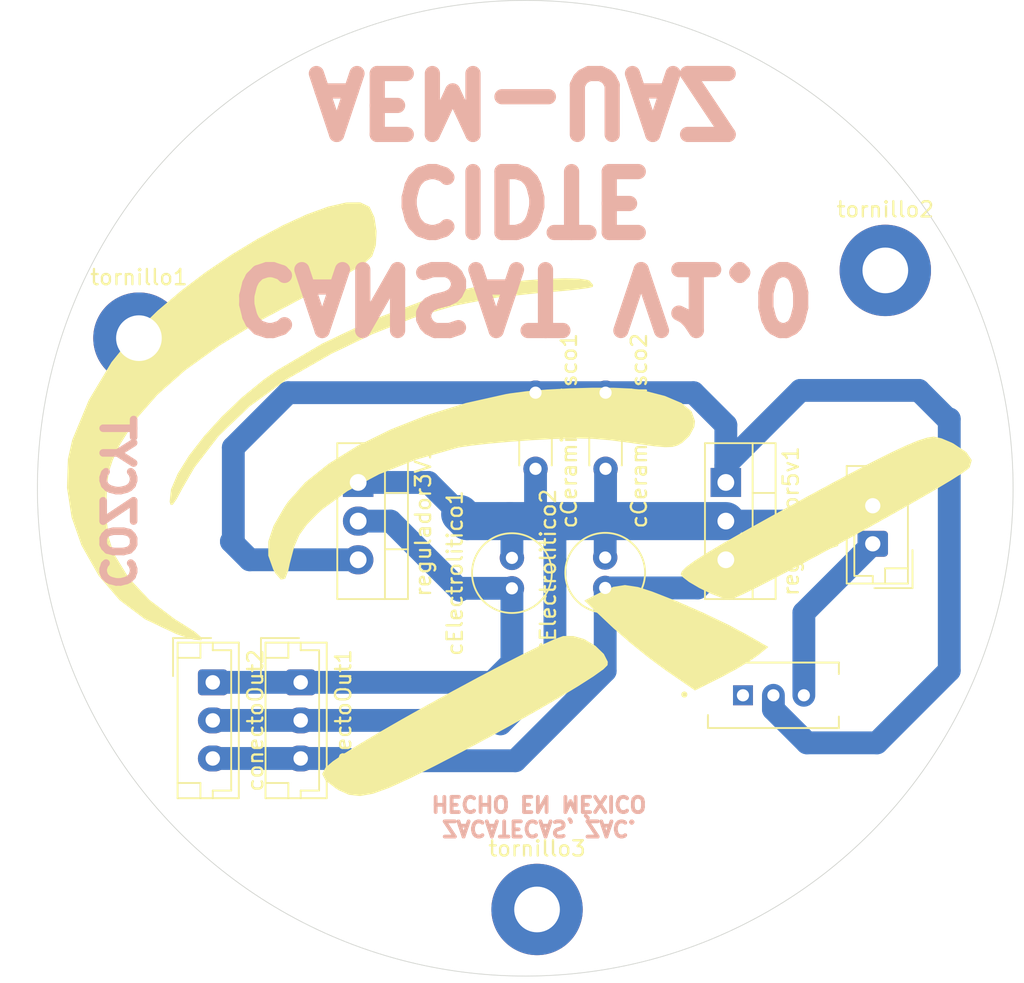
<source format=kicad_pcb>
(kicad_pcb (version 20240108) (generator "pcbnew") (generator_version "8.0")
  (layers (0 "F.Cu" signal) (31 "B.Cu" signal) (34 "B.Paste" user) (35 "F.Paste" user) (36 "B.SilkS" user "B.Silkscreen") (37 "F.SilkS" user "F.Silkscreen") (38 "B.Mask" user) (39 "F.Mask" user) (44 "Edge.Cuts" user))
  (net 0 "")
  (net 1 "GND")
  (net 2 "Net-(regulador3V1-Vin)")
  (net 3 "+9V")
  (net 5 "3.3v")
  (net 6 "unconnected-(CElectrolitico2-Pad1)")
  (net 7 "5v")
  (footprint "Package_TO_SOT_THT:TO-220-3_Vertical" (layer "F.Cu") (at 131.525 101.345 -90)
    (property "Reference" "regulador3V1" (at 2.54 -4.27 90) (layer "F.SilkS"))
    (property "Value" "LD33V")
    (fp_line (start -2.58 1.371) (end 7.66 1.371) (stroke (width 0.12)) (layer "F.SilkS"))
    (fp_line (start -2.58 -1.76) (end 7.66 -1.76) (stroke (width 0.12)) (layer "F.SilkS"))
    (fp_line (start -2.58 -3.27) (end -2.58 1.371) (stroke (width 0.12)) (layer "F.SilkS"))
    (fp_line (start -2.58 -3.27) (end 7.66 -3.27) (stroke (width 0.12)) (layer "F.SilkS"))
    (fp_line (start 0.69 -3.27) (end 0.69 -1.76) (stroke (width 0.12)) (layer "F.SilkS"))
    (fp_line (start 4.391 -3.27) (end 4.391 -1.76) (stroke (width 0.12)) (layer "F.SilkS"))
    (fp_line (start 7.66 -3.27) (end 7.66 1.371) (stroke (width 0.12)) (layer "F.SilkS"))
    (pad "1" thru_hole rect (at 0 0 270) (size 1.905 2) (drill 1.1) (layers "*.Cu" "*.Mask") (net 1 "GND"))
    (pad "2" thru_hole oval (at 2.54 0 270) (size 1.905 2) (drill 1.1) (layers "*.Cu" "*.Mask") (net 5 "3.3v"))
    (pad "3" thru_hole oval (at 5.08 0 270) (size 1.905 2) (drill 1.1) (layers "*.Cu" "*.Mask") (net 2 "Net-(regulador3V1-Vin)"))
  )
  (footprint "Images:cidteLogo" (layer "F.Cu") (at 142.25 102.318174 180)
    (property "Reference" "G***" (hide yes))
    (property "Value" "LOGO" (hide yes))
    (fp_poly (pts (xy -9.502662 -11.389193) (xy -8.389718 -10.569948) (xy -7.162892 -9.581691) (xy -6.054737 -8.61322) (xy -5.865606 -8.436423) (xy -4.12768 -6.787551) (xy -5.166665 -6.257501) (xy -6.031105 -5.886258) (xy -6.797095 -5.766187) (xy -7.651826 -5.893927) (xy -8.591176 -6.196007) (xy -10.25021 -6.844684) (xy -12.006292 -7.612472) (xy -13.656618 -8.407101) (xy -14.803282 -9.022359) (xy -16.216561 -9.834105) (xy -15.516614 -10.401961) (xy -14.942741 -10.798065) (xy -14.096772 -11.30178) (xy -13.156671 -11.807433) (xy -13.10923 -11.831454) (xy -11.401794 -12.693093)) (fill solid) (layer "F.SilkS"))
    (fp_poly (pts (xy 11.333219 -19.545091) (xy 12.003637 -19.24348) (xy 12.208192 -19.112255) (xy 12.870029 -18.595515) (xy 13.088528 -18.178965) (xy 12.875038 -17.759563) (xy 12.401903 -17.353546) (xy 11.686465 -16.862207) (xy 10.640484 -16.209626) (xy 9.33325 -15.433504) (xy 7.834057 -14.571545) (xy 6.212196 -13.661452) (xy 4.53696 -12.740928) (xy 2.877641 -11.847675) (xy 1.303531 -11.019396) (xy -0.116077 -10.293795) (xy -1.311892 -9.708574) (xy -2.214621 -9.301437) (xy -2.743851 -9.112517) (xy -3.413383 -9.114431) (xy -4.108823 -9.308308) (xy -4.855798 -9.755372) (xy -5.412628 -10.294176) (xy -5.674082 -10.808066) (xy -5.658549 -11.026255) (xy -5.382329 -11.302773) (xy -4.722163 -11.773162) (xy -3.737041 -12.403584) (xy -2.485951 -13.1602) (xy -1.027884 -14.009171) (xy 0.578171 -14.91666) (xy 2.273226 -15.848828) (xy 3.99829 -16.771836) (xy 5.694374 -17.651846) (xy 7.230328 -18.419773) (xy 8.652843 -19.076409) (xy 9.749626 -19.474327) (xy 10.612483 -19.626297)) (fill solid) (layer "F.SilkS"))
    (fp_poly (pts (xy 23.107603 -0.292085) (xy 23.019488 0.519439) (xy 22.578 1.551621) (xy 21.837004 2.73841) (xy 20.850362 4.013754) (xy 19.671939 5.311603) (xy 18.355596 6.565905) (xy 16.955198 7.710609) (xy 16.07479 8.332068) (xy 13.10615 10.085836) (xy 9.870703 11.625441) (xy 6.542939 12.876128) (xy 3.505105 13.71739) (xy 2.353994 13.93381) (xy 1.037249 14.115316) (xy -0.340908 14.255291) (xy -1.67625 14.347119) (xy -2.864555 14.384184) (xy -3.801599 14.359869) (xy -4.383157 14.267559) (xy -4.475141 14.223979) (xy -4.711301 13.942119) (xy -4.686152 13.816871) (xy -4.391815 13.741303) (xy -3.700318 13.647111) (xy -2.71163 13.545762) (xy -1.525721 13.448724) (xy -1.394538 13.439302) (xy 1.594499 13.120969) (xy 4.367089 12.584636) (xy 7.062466 11.789946) (xy 9.81986 10.696547) (xy 12.482013 9.417369) (xy 15.398686 7.746268) (xy 17.851436 5.961791) (xy 19.866172 4.040618) (xy 21.468799 1.959426) (xy 22.237517 0.635476) (xy 22.652114 -0.132291) (xy 22.906661 -0.49568) (xy 23.047158 -0.503728)) (fill solid) (layer "F.SilkS"))
    (fp_poly (pts (xy -13.16128 -6.614528) (xy -12.447499 -6.336342) (xy -11.681822 -5.962199) (xy -11.005283 -5.565324) (xy -10.558915 -5.218945) (xy -10.458823 -5.049933) (xy -10.544754 -4.850016) (xy -10.825918 -4.572023) (xy -11.337374 -4.194422) (xy -12.114182 -3.695685) (xy -13.191401 -3.054281) (xy -14.60409 -2.24868) (xy -16.387309 -1.257352) (xy -18.576116 -0.058766) (xy -18.666455 -0.009554) (xy -20.839974 1.164891) (xy -22.623819 2.106446) (xy -24.05799 2.834067) (xy -25.182482 3.366708) (xy -26.037294 3.723325) (xy -26.662423 3.922873) (xy -27.093986 3.984314) (xy -27.588393 3.870807) (xy -28.253113 3.591168) (xy -28.379284 3.525855) (xy -29.223749 2.961441) (xy -29.579908 2.438223) (xy -29.444532 1.961469) (xy -29.380093 1.892796) (xy -28.981497 1.597482) (xy -28.220905 1.115557) (xy -27.16095 0.481401) (xy -25.864264 -0.270609) (xy -24.39348 -1.106095) (xy -22.81123 -1.990679) (xy -21.180146 -2.889984) (xy -19.562861 -3.769632) (xy -18.022007 -4.595245) (xy -16.620217 -5.332445) (xy -15.420123 -5.946855) (xy -14.484357 -6.404096) (xy -13.875553 -6.66979) (xy -13.682132 -6.723529)) (fill solid) (layer "F.SilkS"))
    (fp_poly (pts (xy 16.169957 -4.985672) (xy 16.30439 -4.743739) (xy 16.630602 -3.834295) (xy 16.631811 -2.910209) (xy 16.288205 -1.880949) (xy 15.579974 -0.655983) (xy 15.329423 -0.288185) (xy 14.21095 0.973013) (xy 12.665767 2.208094) (xy 10.765125 3.382275) (xy 8.580277 4.460776) (xy 6.182475 5.408812) (xy 3.642973 6.191604) (xy 1.033022 6.774368) (xy 0.765433 6.821236) (xy -0.336371 6.965169) (xy -1.698235 7.077732) (xy -3.191624 7.155361) (xy -4.688001 7.19449) (xy -6.058831 7.191554) (xy -7.175578 7.142985) (xy -7.844118 7.060074) (xy -9.420641 6.654673) (xy -10.523964 6.186369) (xy -11.176679 5.639491) (xy -11.401382 4.998369) (xy -11.356894 4.6238) (xy -11.033009 4.021744) (xy -10.563118 3.57464) (xy -10.252703 3.398332) (xy -9.91208 3.302356) (xy -9.435813 3.286564) (xy -8.718463 3.350806) (xy -7.654592 3.494933) (xy -7.143052 3.569801) (xy -5.847885 3.740556) (xy -4.687245 3.837518) (xy -3.498934 3.865018) (xy -2.120751 3.827384) (xy -0.622549 3.743855) (xy 0.794291 3.640767) (xy 2.128716 3.519925) (xy 3.256859 3.394194) (xy 4.054855 3.276441) (xy 4.233333 3.23947) (xy 6.92381 2.467485) (xy 9.348369 1.509521) (xy 11.435936 0.399021) (xy 13.115437 -0.830575) (xy 13.362666 -1.056043) (xy 14.092002 -1.798559) (xy 14.584941 -2.479126) (xy 14.927818 -3.263606) (xy 15.206969 -4.317866) (xy 15.308128 -4.793627) (xy 15.514535 -5.348006) (xy 15.803024 -5.41196)) (fill solid) (layer "F.SilkS"))
    (fp_poly (pts (xy 21.486379 -9.361878) (xy 22.38602 -9.089315) (xy 22.710871 -8.971164) (xy 24.731566 -8.013492) (xy 26.396431 -6.762286) (xy 27.767632 -5.159189) (xy 28.900398 -3.160679) (xy 29.549637 -1.315324) (xy 29.851217 0.622032) (xy 29.791931 2.501667) (xy 29.510803 3.758691) (xy 28.420091 6.383615) (xy 26.926016 8.873089) (xy 25.269439 10.914374) (xy 23.903158 12.251685) (xy 22.37004 13.556487) (xy 20.72422 14.80001) (xy 19.019833 15.953487) (xy 17.311013 16.988149) (xy 15.651893 17.875228) (xy 14.096609 18.585955) (xy 12.699294 19.091562) (xy 11.514082 19.363281) (xy 10.595108 19.372343) (xy 9.996506 19.089981) (xy 9.960671 19.049864) (xy 9.650814 18.379339) (xy 9.513944 17.466464) (xy 9.561093 16.53986) (xy 9.803291 15.828147) (xy 9.805089 15.825393) (xy 10.206234 15.455968) (xy 11.016778 14.917988) (xy 12.188916 14.240411) (xy 13.674845 13.45219) (xy 13.978626 13.297411) (xy 17.146981 11.599412) (xy 19.843696 9.949666) (xy 22.090793 8.330548) (xy 23.910295 6.724434) (xy 25.324226 5.1137) (xy 26.354608 3.480722) (xy 26.428037 3.33459) (xy 26.842439 2.436867) (xy 27.088376 1.694719) (xy 27.208872 0.908677) (xy 27.24695 -0.120727) (xy 27.248688 -0.470214) (xy 27.213852 -1.74493) (xy 27.086374 -2.69921) (xy 26.838644 -3.506396) (xy 26.721704 -3.779039) (xy 25.790318 -5.294869) (xy 24.440832 -6.732842) (xy 22.75317 -8.011408) (xy 22.302743 -8.287805) (xy 21.419839 -8.85322) (xy 20.995002 -9.229955) (xy 21.019944 -9.404133)) (fill solid) (layer "F.SilkS"))
  )
  (footprint "MountingHole:MountingHole_3mm_Pad" (layer "F.Cu") (at 166.15 87.418174)
    (property "Reference" "tornillo2" (at 0 -4 0) (layer "F.SilkS"))
    (property "Value" "MountingHole_3mm_Pad")
    (pad "2" thru_hole circle (at 0 0) (size 6 6) (drill 3) (layers "*.Cu" "*.Mask"))
  )
  (footprint "Connector_JST:JST_EH_B2B-EH-A_1x02_P2.50mm_Vertical" (layer "F.Cu") (at 165.325 105.375 90)
    (property "Reference" "Vcc1" (at 1.25 -2.8 90) (layer "F.SilkS"))
    (property "Value" "Conn_01x02_Pin")
    (fp_line (start 5.11 -1.71) (end -2.61 -1.71) (stroke (width 0.12)) (layer "F.SilkS"))
    (fp_line (start -2.61 -1.71) (end -2.61 2.31) (stroke (width 0.12)) (layer "F.SilkS"))
    (fp_line (start 4.61 -1.21) (end 4.61 0) (stroke (width 0.12)) (layer "F.SilkS"))
    (fp_line (start -2.11 -1.21) (end 4.61 -1.21) (stroke (width 0.12)) (layer "F.SilkS"))
    (fp_line (start 4.61 0) (end 5.11 0) (stroke (width 0.12)) (layer "F.SilkS"))
    (fp_line (start -2.11 0) (end -2.11 -1.21) (stroke (width 0.12)) (layer "F.SilkS"))
    (fp_line (start -2.61 0) (end -2.11 0) (stroke (width 0.12)) (layer "F.SilkS"))
    (fp_line (start -2.91 0.11) (end -2.91 2.61) (stroke (width 0.12)) (layer "F.SilkS"))
    (fp_line (start 5.11 0.81) (end 4.11 0.81) (stroke (width 0.12)) (layer "F.SilkS"))
    (fp_line (start 4.11 0.81) (end 4.11 2.31) (stroke (width 0.12)) (layer "F.SilkS"))
    (fp_line (start -1.61 0.81) (end -1.61 2.31) (stroke (width 0.12)) (layer "F.SilkS"))
    (fp_line (start -2.61 0.81) (end -1.61 0.81) (stroke (width 0.12)) (layer "F.SilkS"))
    (fp_line (start 5.11 2.31) (end 5.11 -1.71) (stroke (width 0.12)) (layer "F.SilkS"))
    (fp_line (start -2.61 2.31) (end 5.11 2.31) (stroke (width 0.12)) (layer "F.SilkS"))
    (fp_line (start -2.91 2.61) (end -0.41 2.61) (stroke (width 0.12)) (layer "F.SilkS"))
    (pad "1" thru_hole roundrect (at 0 0 90) (size 1.7 2) (drill 1) (layers "*.Cu" "*.Mask") (roundrect_rratio 0.147059) (net 3 "+9V"))
    (pad "2" thru_hole oval (at 2.5 0 90) (size 1.7 2) (drill 1) (layers "*.Cu" "*.Mask") (net 1 "GND"))
  )
  (footprint "Connector_JST:JST_EH_B3B-EH-A_1x03_P2.50mm_Vertical" (layer "F.Cu") (at 127.75 114.475 -90)
    (property "Reference" "conectoOut1" (at 2.5 -2.8 90) (layer "F.SilkS"))
    (property "Value" "Conn_01x03_Pin")
    (fp_line (start -2.91 2.61) (end -0.41 2.61) (stroke (width 0.12)) (layer "F.SilkS"))
    (fp_line (start -2.61 2.31) (end 7.61 2.31) (stroke (width 0.12)) (layer "F.SilkS"))
    (fp_line (start 7.61 2.31) (end 7.61 -1.71) (stroke (width 0.12)) (layer "F.SilkS"))
    (fp_line (start -2.61 0.81) (end -1.61 0.81) (stroke (width 0.12)) (layer "F.SilkS"))
    (fp_line (start -1.61 0.81) (end -1.61 2.31) (stroke (width 0.12)) (layer "F.SilkS"))
    (fp_line (start 6.61 0.81) (end 6.61 2.31) (stroke (width 0.12)) (layer "F.SilkS"))
    (fp_line (start 7.61 0.81) (end 6.61 0.81) (stroke (width 0.12)) (layer "F.SilkS"))
    (fp_line (start -2.91 0.11) (end -2.91 2.61) (stroke (width 0.12)) (layer "F.SilkS"))
    (fp_line (start -2.61 0) (end -2.11 0) (stroke (width 0.12)) (layer "F.SilkS"))
    (fp_line (start -2.11 0) (end -2.11 -1.21) (stroke (width 0.12)) (layer "F.SilkS"))
    (fp_line (start 7.11 0) (end 7.61 0) (stroke (width 0.12)) (layer "F.SilkS"))
    (fp_line (start -2.11 -1.21) (end 7.11 -1.21) (stroke (width 0.12)) (layer "F.SilkS"))
    (fp_line (start 7.11 -1.21) (end 7.11 0) (stroke (width 0.12)) (layer "F.SilkS"))
    (fp_line (start -2.61 -1.71) (end -2.61 2.31) (stroke (width 0.12)) (layer "F.SilkS"))
    (fp_line (start 7.61 -1.71) (end -2.61 -1.71) (stroke (width 0.12)) (layer "F.SilkS"))
    (pad "1" thru_hole roundrect (at 0 0 270) (size 1.7 1.95) (drill 0.95) (layers "*.Cu" "*.Mask") (roundrect_rratio 0.147059) (net 5 "3.3v"))
    (pad "2" thru_hole oval (at 2.5 0 270) (size 1.7 1.95) (drill 0.95) (layers "*.Cu" "*.Mask") (net 1 "GND"))
    (pad "3" thru_hole oval (at 5 0 270) (size 1.7 1.95) (drill 0.95) (layers "*.Cu" "*.Mask") (net 7 "5v"))
  )
  (footprint "MountingHole:MountingHole_3mm_Pad" (layer "F.Cu") (at 117.125 91.868174)
    (property "Reference" "tornillo1" (at 0 -4 0) (layer "F.SilkS"))
    (property "Value" "MountingHole_3mm_Pad")
    (pad "1" thru_hole circle (at 0 0) (size 6 6) (drill 3) (layers "*.Cu" "*.Mask"))
  )
  (footprint "MountingHole:MountingHole_3mm_Pad" (layer "F.Cu") (at 143.275 129.393174)
    (property "Reference" "tornillo3" (at 0 -4 0) (layer "F.SilkS"))
    (property "Value" "MountingHole_3mm_Pad")
    (pad "3" thru_hole circle (at 0 0) (size 6 6) (drill 3) (layers "*.Cu" "*.Mask"))
  )
  (footprint "Capacitor_THT:C_Disc_D4.3mm_W1.9mm_P5.00mm" (layer "F.Cu") (at 147.775 95.45 -90)
    (property "Reference" "cCeramicoDisco2" (at 2.5 -2.2 90) (layer "F.SilkS"))
    (property "Value" "0.1 uf")
    (fp_line (start 0.23 1.07) (end 4.77 1.07) (stroke (width 0.12)) (layer "F.SilkS"))
    (fp_line (start 0.23 1.055) (end 0.23 1.07) (stroke (width 0.12)) (layer "F.SilkS"))
    (fp_line (start 4.77 1.055) (end 4.77 1.07) (stroke (width 0.12)) (layer "F.SilkS"))
    (fp_line (start 0.23 -1.07) (end 0.23 -1.055) (stroke (width 0.12)) (layer "F.SilkS"))
    (fp_line (start 0.23 -1.07) (end 4.77 -1.07) (stroke (width 0.12)) (layer "F.SilkS"))
    (fp_line (start 4.77 -1.07) (end 4.77 -1.055) (stroke (width 0.12)) (layer "F.SilkS"))
    (pad "1" thru_hole circle (at 0 0 270) (size 1.6 1.6) (drill 0.8) (layers "*.Cu" "*.Mask") (net 2 "Net-(regulador3V1-Vin)"))
    (pad "2" thru_hole circle (at 5 0 270) (size 1.6 1.6) (drill 0.8) (layers "*.Cu" "*.Mask") (net 1 "GND"))
  )
  (footprint "Capacitor_THT:C_Radial_D5.0mm_H11.0mm_P2.00mm" (layer "F.Cu") (at 141.625 108.3 90)
    (property "Reference" "cElectrolitico1" (at 1 -3.75 90) (layer "F.SilkS"))
    (property "Value" "4.7uf 63v")
    (fp_circle (center 1 0) (end 3.62 0) (stroke (width 0.12)) (fill none) (layer "F.SilkS"))
    (pad "1" thru_hole circle (at 0 0 90) (size 1.6 1.6) (drill 0.8) (layers "*.Cu" "*.Mask") (net 5 "3.3v"))
    (pad "2" thru_hole circle (at 2 0 90) (size 1.6 1.6) (drill 0.8) (layers "*.Cu" "*.Mask") (net 1 "GND"))
  )
  (footprint "Capacitor_THT:C_Disc_D4.3mm_W1.9mm_P5.00mm" (layer "F.Cu") (at 143.175 95.45 -90)
    (property "Reference" "cCeramicoDisco1" (at 2.5 -2.2 90) (layer "F.SilkS"))
    (property "Value" "0.1 uf")
    (fp_line (start 0.23 1.07) (end 4.77 1.07) (stroke (width 0.12)) (layer "F.SilkS"))
    (fp_line (start 0.23 1.055) (end 0.23 1.07) (stroke (width 0.12)) (layer "F.SilkS"))
    (fp_line (start 4.77 1.055) (end 4.77 1.07) (stroke (width 0.12)) (layer "F.SilkS"))
    (fp_line (start 0.23 -1.07) (end 0.23 -1.055) (stroke (width 0.12)) (layer "F.SilkS"))
    (fp_line (start 0.23 -1.07) (end 4.77 -1.07) (stroke (width 0.12)) (layer "F.SilkS"))
    (fp_line (start 4.77 -1.07) (end 4.77 -1.055) (stroke (width 0.12)) (layer "F.SilkS"))
    (pad "1" thru_hole circle (at 0 0 270) (size 1.6 1.6) (drill 0.8) (layers "*.Cu" "*.Mask") (net 2 "Net-(regulador3V1-Vin)"))
    (pad "2" thru_hole circle (at 5 0 270) (size 1.6 1.6) (drill 0.8) (layers "*.Cu" "*.Mask") (net 1 "GND"))
  )
  (footprint "Capacitor_THT:C_Radial_D5.0mm_H11.0mm_P2.00mm" (layer "F.Cu") (at 147.75 108.275 90)
    (property "Reference" "CElectrolitico2" (at 1 -3.75 90) (layer "F.SilkS"))
    (property "Value" "4.7uf 63v")
    (fp_circle (center 1 0) (end 3.62 0) (stroke (width 0.12)) (fill none) (layer "F.SilkS"))
    (pad "1" thru_hole circle (at 0 0 90) (size 1.6 1.6) (drill 0.8) (layers "*.Cu" "*.Mask") (net 6 "unconnected-(CElectrolitico2-Pad1)"))
    (pad "2" thru_hole circle (at 2 0 90) (size 1.6 1.6) (drill 0.8) (layers "*.Cu" "*.Mask") (net 1 "GND"))
  )
  (footprint "Connector_JST:JST_EH_B3B-EH-A_1x03_P2.50mm_Vertical" (layer "F.Cu") (at 121.975 114.475 -90)
    (property "Reference" "conectoOut2" (at 2.5 -2.8 90) (layer "F.SilkS"))
    (property "Value" "Conn_01x03_Pin")
    (fp_line (start -2.91 2.61) (end -0.41 2.61) (stroke (width 0.12)) (layer "F.SilkS"))
    (fp_line (start -2.61 2.31) (end 7.61 2.31) (stroke (width 0.12)) (layer "F.SilkS"))
    (fp_line (start 7.61 2.31) (end 7.61 -1.71) (stroke (width 0.12)) (layer "F.SilkS"))
    (fp_line (start -2.61 0.81) (end -1.61 0.81) (stroke (width 0.12)) (layer "F.SilkS"))
    (fp_line (start -1.61 0.81) (end -1.61 2.31) (stroke (width 0.12)) (layer "F.SilkS"))
    (fp_line (start 6.61 0.81) (end 6.61 2.31) (stroke (width 0.12)) (layer "F.SilkS"))
    (fp_line (start 7.61 0.81) (end 6.61 0.81) (stroke (width 0.12)) (layer "F.SilkS"))
    (fp_line (start -2.91 0.11) (end -2.91 2.61) (stroke (width 0.12)) (layer "F.SilkS"))
    (fp_line (start -2.61 0) (end -2.11 0) (stroke (width 0.12)) (layer "F.SilkS"))
    (fp_line (start -2.11 0) (end -2.11 -1.21) (stroke (width 0.12)) (layer "F.SilkS"))
    (fp_line (start 7.11 0) (end 7.61 0) (stroke (width 0.12)) (layer "F.SilkS"))
    (fp_line (start -2.11 -1.21) (end 7.11 -1.21) (stroke (width 0.12)) (layer "F.SilkS"))
    (fp_line (start 7.11 -1.21) (end 7.11 0) (stroke (width 0.12)) (layer "F.SilkS"))
    (fp_line (start -2.61 -1.71) (end -2.61 2.31) (stroke (width 0.12)) (layer "F.SilkS"))
    (fp_line (start 7.61 -1.71) (end -2.61 -1.71) (stroke (width 0.12)) (layer "F.SilkS"))
    (pad "1" thru_hole roundrect (at 0 0 270) (size 1.7 1.95) (drill 0.95) (layers "*.Cu" "*.Mask") (roundrect_rratio 0.147059) (net 5 "3.3v"))
    (pad "2" thru_hole oval (at 2.5 0 270) (size 1.7 1.95) (drill 0.95) (layers "*.Cu" "*.Mask") (net 1 "GND"))
    (pad "3" thru_hole oval (at 5 0 270) (size 1.7 1.95) (drill 0.95) (layers "*.Cu" "*.Mask") (net 7 "5v"))
  )
  (footprint "Package_TO_SOT_THT:TO-220-3_Vertical" (layer "F.Cu") (at 155.675 101.345 -90)
    (property "Reference" "regulador5v1" (at 2.54 -4.27 90) (layer "F.SilkS"))
    (property "Value" "L7805")
    (fp_line (start -2.58 1.371) (end 7.66 1.371) (stroke (width 0.12)) (layer "F.SilkS"))
    (fp_line (start -2.58 -1.76) (end 7.66 -1.76) (stroke (width 0.12)) (layer "F.SilkS"))
    (fp_line (start -2.58 -3.27) (end -2.58 1.371) (stroke (width 0.12)) (layer "F.SilkS"))
    (fp_line (start -2.58 -3.27) (end 7.66 -3.27) (stroke (width 0.12)) (layer "F.SilkS"))
    (fp_line (start 0.69 -3.27) (end 0.69 -1.76) (stroke (width 0.12)) (layer "F.SilkS"))
    (fp_line (start 4.391 -3.27) (end 4.391 -1.76) (stroke (width 0.12)) (layer "F.SilkS"))
    (fp_line (start 7.66 -3.27) (end 7.66 1.371) (stroke (width 0.12)) (layer "F.SilkS"))
    (pad "1" thru_hole rect (at 0 0 270) (size 1.905 2) (drill 1.1) (layers "*.Cu" "*.Mask") (net 2 "Net-(regulador3V1-Vin)"))
    (pad "2" thru_hole oval (at 2.54 0 270) (size 1.905 2) (drill 1.1) (layers "*.Cu" "*.Mask") (net 1 "GND"))
    (pad "3" thru_hole oval (at 5.08 0 270) (size 1.905 2) (drill 1.1) (layers "*.Cu" "*.Mask") (net 6 "unconnected-(CElectrolitico2-Pad1)"))
  )
  (footprint "switch:SW_OS102011MS2QN1" (layer "F.Cu") (at 158.8 115.325)
    (property "Reference" "Switch1" (at -2.976555 -3.305417 0) (layer "F.SilkS") (effects (font (size 0.48009 0.48009))))
    (property "Value" "OS102011MS2QN1")
    (fp_line (start -4.3 -2.15) (end -4.3 -1.4) (stroke (width 0.127)) (layer "F.SilkS"))
    (fp_line (start -4.3 1.3) (end -4.3 2.15) (stroke (width 0.127)) (layer "F.SilkS"))
    (fp_line (start -4.3 2.15) (end 4.3 2.15) (stroke (width 0.127)) (layer "F.SilkS"))
    (fp_line (start 4.3 -2.15) (end -4.3 -2.15) (stroke (width 0.127)) (layer "F.SilkS"))
    (fp_line (start 4.3 -1.4) (end 4.3 -2.15) (stroke (width 0.127)) (layer "F.SilkS"))
    (fp_line (start 4.3 2.15) (end 4.3 1.4) (stroke (width 0.127)) (layer "F.SilkS"))
    (fp_circle (center -5.85 -0.05) (end -5.75 -0.05) (stroke (width 0.2)) (fill none) (layer "F.SilkS"))
    (pad "" np_thru_hole circle (at -4.1 0) (size 1.5 1.5) (drill 1.5) (layers "*.Cu" "*.Mask"))
    (pad "" np_thru_hole circle (at 4.1 0) (size 1.5 1.5) (drill 1.5) (layers "*.Cu" "*.Mask"))
    (pad "1" thru_hole rect (at -2 0) (size 1.308 1.308) (drill 0.8) (layers "*.Cu" "*.Mask"))
    (pad "2" thru_hole circle (at 0 0) (size 1.308 1.308) (drill 0.8) (layers "*.Cu" "*.Mask") (net 2 "Net-(regulador3V1-Vin)"))
    (pad "3" thru_hole circle (at 2 0) (size 1.308 1.308) (drill 0.8) (layers "*.Cu" "*.Mask") (net 3 "+9V"))
  )
  (gr_circle (center 142.5 101.725) (end 164.55 124.975) (stroke (width 0.05)) (fill none) (layer "Edge.Cuts"))
  (gr_text "ZACATECAS, ZAC.\nHECHO EN MÉXICO" (at 143.4 123.25 180) (layer "B.SilkS") (effects (font (size 1 1) (thickness 0.25) (bold yes)) (justify mirror)))
  (gr_text "COZCYT" (at 115.675 102.643174 270) (layer "B.SilkS") (effects (font (size 2 2) (thickness 0.5) (bold yes)) (justify mirror)))
  (gr_text "CANSAT V1.0\nCIDTE\nAEM-UAZ" (at 142.4 82.725 180) (layer "B.SilkS") (effects (font (size 4 4) (thickness 1) (bold yes)) (justify mirror)))
  (segment (start 142.775 103.885) (end 144.45 103.885) (width 2.5) (layer "B.Cu") (net 1))
  (segment (start 147.45 103.885) (end 155.675 103.885) (width 2.5) (layer "B.Cu") (net 1))
  (segment (start 145.225 103.885) (end 145.5 104.16) (width 1.5) (layer "B.Cu") (net 1))
  (segment (start 145.225 103.885) (end 147.45 103.885) (width 2.5) (layer "B.Cu") (net 1))
  (segment (start 162.825 102.875) (end 161.815 103.885) (width 1.5) (layer "B.Cu") (net 1))
  (segment (start 138.685 103.885) (end 141.475 103.885) (width 2.5) (layer "B.Cu") (net 1))
  (segment (start 131.525 101.345) (end 136.145 101.345) (width 1.5) (layer "B.Cu") (net 1))
  (segment (start 141.625 106.3) (end 141.625 104.035) (width 1.5) (layer "B.Cu") (net 1))
  (segment (start 147.775 100.45) (end 147.775 103.56) (width 1.5) (layer "B.Cu") (net 1))
  (segment (start 144.45 103.885) (end 144.45 113.625) (width 1.5) (layer "B.Cu") (net 1))
  (segment (start 161.815 103.885) (end 155.675 103.885) (width 1.5) (layer "B.Cu") (net 1))
  (segment (start 138.225 103.425) (end 138.685 103.885) (width 2.5) (layer "B.Cu") (net 1))
  (segment (start 147.75 104.185) (end 147.45 103.885) (width 1.5) (layer "B.Cu") (net 1))
  (segment (start 165.325 102.875) (end 162.825 102.875) (width 1.5) (layer "B.Cu") (net 1))
  (segment (start 143.15 104.26) (end 142.775 103.885) (width 1.5) (layer "B.Cu") (net 1))
  (segment (start 140.875 117.2) (end 140.65 116.975) (width 1.5) (layer "B.Cu") (net 1))
  (segment (start 141.625 104.035) (end 141.475 103.885) (width 1.5) (layer "B.Cu") (net 1))
  (segment (start 144.45 103.885) (end 145.225 103.885) (width 2.5) (layer "B.Cu") (net 1))
  (segment (start 143.175 103.485) (end 142.775 103.885) (width 1.5) (layer "B.Cu") (net 1))
  (segment (start 144.45 113.625) (end 140.875 117.2) (width 1.5) (layer "B.Cu") (net 1))
  (segment (start 121.975 116.975) (end 127.75 116.975) (width 1.5) (layer "B.Cu") (net 1))
  (segment (start 147.75 106.275) (end 147.75 104.185) (width 1.5) (layer "B.Cu") (net 1))
  (segment (start 147.775 103.56) (end 147.45 103.885) (width 1.5) (layer "B.Cu") (net 1))
  (segment (start 143.175 100.45) (end 143.175 103.485) (width 1.5) (layer "B.Cu") (net 1))
  (segment (start 141.475 103.885) (end 142.775 103.885) (width 2.5) (layer "B.Cu") (net 1))
  (segment (start 140.65 116.975) (end 127.75 116.975) (width 1.5) (layer "B.Cu") (net 1))
  (segment (start 136.145 101.345) (end 138.225 103.425) (width 1.5) (layer "B.Cu") (net 1))
  (segment (start 147.775 95.45) (end 143.175 95.45) (width 1.5) (layer "B.Cu") (net 2))
  (segment (start 155.675 101.345) (end 155.675 97.575) (width 1.5) (layer "B.Cu") (net 2))
  (segment (start 158.8 115.325) (end 158.8 116.249895) (width 1.5) (layer "B.Cu") (net 2))
  (segment (start 123.325 105.1) (end 123.2 105.225) (width 1.5) (layer "B.Cu") (net 2))
  (segment (start 153.55 95.45) (end 147.775 95.45) (width 1.5) (layer "B.Cu") (net 2))
  (segment (start 155.675 100.2) (end 155.675 101.345) (width 1.5) (layer "B.Cu") (net 2))
  (segment (start 160.575 95.3) (end 155.675 100.2) (width 1.5) (layer "B.Cu") (net 2))
  (segment (start 168.35 95.3) (end 160.575 95.3) (width 1.5) (layer "B.Cu") (net 2))
  (segment (start 123.325 99.05) (end 123.325 105.1) (width 1.5) (layer "B.Cu") (net 2))
  (segment (start 170.225 97.175) (end 168.35 95.3) (width 1.5) (layer "B.Cu") (net 2))
  (segment (start 170.35 97.175) (end 170.225 97.175) (width 1.5) (layer "B.Cu") (net 2))
  (segment (start 123.2 105.225) (end 124.4 106.425) (width 1.5) (layer "B.Cu") (net 2))
  (segment (start 165.6 118.45) (end 170.35 113.7) (width 1.5) (layer "B.Cu") (net 2))
  (segment (start 143.175 95.45) (end 126.925 95.45) (width 1.5) (layer "B.Cu") (net 2))
  (segment (start 155.675 97.575) (end 153.55 95.45) (width 1.5) (layer "B.Cu") (net 2))
  (segment (start 161.000105 118.45) (end 165.6 118.45) (width 1.5) (layer "B.Cu") (net 2))
  (segment (start 170.35 113.7) (end 170.35 97.175) (width 1.5) (layer "B.Cu") (net 2))
  (segment (start 124.4 106.425) (end 131.525 106.425) (width 1.5) (layer "B.Cu") (net 2))
  (segment (start 158.8 116.249895) (end 161.000105 118.45) (width 1.5) (layer "B.Cu") (net 2))
  (segment (start 126.925 95.45) (end 123.325 99.05) (width 1.5) (layer "B.Cu") (net 2))
  (segment (start 165.325 105.375) (end 160.8 109.9) (width 1.5) (layer "B.Cu") (net 3))
  (segment (start 160.8 109.9) (end 160.8 115.325) (width 1.5) (layer "B.Cu") (net 3))
  (segment (start 133.66 103.885) (end 138.2 108.425) (width 1.5) (layer "B.Cu") (net 5))
  (segment (start 131.525 103.885) (end 133.66 103.885) (width 1.5) (layer "B.Cu") (net 5))
  (segment (start 140.125 114.475) (end 127.75 114.475) (width 1.5) (layer "B.Cu") (net 5))
  (segment (start 141.625 108.3) (end 141.625 113.175) (width 1.5) (layer "B.Cu") (net 5))
  (segment (start 138.325 108.3) (end 141.625 108.3) (width 1.5) (layer "B.Cu") (net 5))
  (segment (start 141.625 113.175) (end 140.225 114.575) (width 1.5) (layer "B.Cu") (net 5))
  (segment (start 138.2 108.425) (end 138.325 108.3) (width 1.5) (layer "B.Cu") (net 5))
  (segment (start 140.225 114.575) (end 140.125 114.475) (width 1.5) (layer "B.Cu") (net 5))
  (segment (start 121.975 114.475) (end 127.75 114.475) (width 1.5) (layer "B.Cu") (net 5))
  (segment (start 147.75 113.724188) (end 141.85 119.624188) (width 1.5) (layer "B.Cu") (net 6))
  (segment (start 153.825 108.275) (end 147.75 108.275) (width 1.5) (layer "B.Cu") (net 6))
  (segment (start 155.675 106.425) (end 153.825 108.275) (width 1.5) (layer "B.Cu") (net 6))
  (segment (start 141.85 119.624188) (end 133.925 119.624188) (width 1.5) (layer "B.Cu") (net 6))
  (segment (start 147.75 108.275) (end 147.75 113.724188) (width 1.5) (layer "B.Cu") (net 6))
  (segment (start 127.75 119.475) (end 130.725 119.475) (width 1.5) (layer "B.Cu") (net 7))
  (segment (start 121.975 119.475) (end 127.75 119.475) (width 1.5) (layer "B.Cu") (net 7))
  (segment (start 130.725 119.475) (end 130.75 119.5) (width 1.5) (layer "B.Cu") (net 7))
)
</source>
